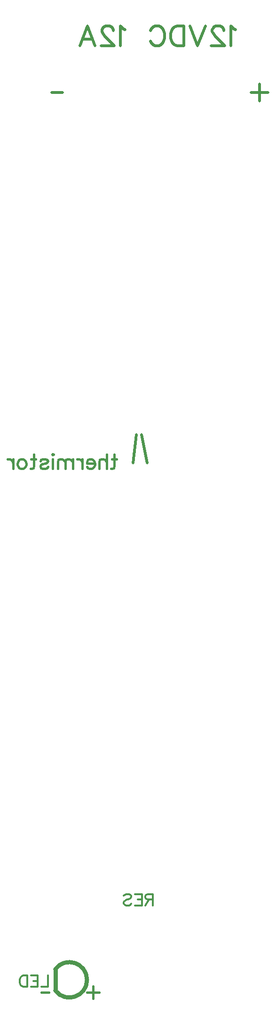
<source format=gbr>
G04 DipTrace 2.3.0.1*
%IN58744_REV1_BottomSilk.gbr*%
%MOIN*%
%ADD20C,0.02*%
%ADD23C,0.03*%
%ADD31C,0.0216*%
%ADD35C,0.0154*%
%ADD36C,0.0124*%
%FSLAX44Y44*%
G04*
G70*
G90*
G75*
G01*
%LNBotSilk*%
%LPD*%
X41244Y8372D2*
D23*
G02X41244Y6872I1000J-750D01*
G01*
Y8372D2*
Y6872D1*
X46744Y44122D2*
D20*
X46994Y46122D1*
X47744Y44122D2*
X47369Y46122D1*
X54014Y74736D2*
D31*
X53879Y74804D1*
X53678Y75004D1*
Y73599D1*
X53178Y74669D2*
Y74736D1*
X53111Y74871D1*
X53045Y74937D1*
X52910Y75004D1*
X52642D1*
X52509Y74937D1*
X52443Y74871D1*
X52375Y74736D1*
Y74603D1*
X52443Y74468D1*
X52576Y74269D1*
X53246Y73599D1*
X52308D1*
X51876Y75005D2*
X51340Y73599D1*
X50805Y75005D1*
X50373D2*
Y73599D1*
X49904D1*
X49703Y73667D1*
X49568Y73800D1*
X49501Y73934D1*
X49435Y74134D1*
Y74470D1*
X49501Y74671D1*
X49568Y74804D1*
X49703Y74939D1*
X49904Y75005D1*
X50373D1*
X47998Y74671D2*
X48065Y74804D1*
X48199Y74939D1*
X48332Y75005D1*
X48600D1*
X48735Y74939D1*
X48868Y74804D1*
X48936Y74671D1*
X49002Y74470D1*
Y74134D1*
X48936Y73934D1*
X48868Y73800D1*
X48735Y73667D1*
X48600Y73599D1*
X48332D1*
X48199Y73667D1*
X48065Y73800D1*
X47998Y73934D1*
X46205Y74736D2*
X46070Y74804D1*
X45869Y75004D1*
Y73599D1*
X45369Y74669D2*
Y74736D1*
X45302Y74871D1*
X45236Y74937D1*
X45101Y75004D1*
X44833D1*
X44700Y74937D1*
X44634Y74871D1*
X44566Y74736D1*
Y74603D1*
X44634Y74468D1*
X44767Y74269D1*
X45437Y73599D1*
X44499D1*
X42994D2*
X43531Y75005D1*
X44067Y73599D1*
X43866Y74068D2*
X43196D1*
X41768Y70301D2*
X40994D1*
X55723Y70904D2*
Y69698D1*
X56325Y70300D2*
X55119D1*
X43925Y7163D2*
D35*
Y6302D1*
X44355Y6732D2*
X43494D1*
X40797D2*
X40244D1*
X40715Y7928D2*
D36*
Y7124D1*
X40256D1*
X39512Y7928D2*
X40009D1*
Y7124D1*
X39512D1*
X40009Y7545D2*
X39703D1*
X39265Y7928D2*
Y7124D1*
X38997D1*
X38882Y7163D1*
X38805Y7239D1*
X38767Y7316D1*
X38729Y7430D1*
Y7622D1*
X38767Y7737D1*
X38805Y7813D1*
X38882Y7890D1*
X38997Y7928D1*
X39265D1*
X48167Y13295D2*
X47823D1*
X47708Y13334D1*
X47669Y13372D1*
X47631Y13448D1*
Y13525D1*
X47669Y13601D1*
X47708Y13640D1*
X47823Y13678D1*
X48167D1*
Y12874D1*
X47899Y13295D2*
X47631Y12874D1*
X46887Y13678D2*
X47384D1*
Y12874D1*
X46887D1*
X47384Y13295D2*
X47078D1*
X46104Y13563D2*
X46180Y13640D1*
X46295Y13678D1*
X46448D1*
X46563Y13640D1*
X46640Y13563D1*
Y13487D1*
X46601Y13410D1*
X46563Y13372D1*
X46487Y13334D1*
X46257Y13257D1*
X46180Y13219D1*
X46142Y13180D1*
X46104Y13104D1*
Y12989D1*
X46180Y12913D1*
X46295Y12874D1*
X46448D1*
X46563Y12913D1*
X46640Y12989D1*
X45435Y44735D2*
D35*
Y43922D1*
X45387Y43779D1*
X45291Y43730D1*
X45196D1*
X45578Y44400D2*
X45244D1*
X44887Y44735D2*
Y43730D1*
Y44209D2*
X44743Y44353D1*
X44647Y44400D1*
X44504D1*
X44409Y44353D1*
X44361Y44209D1*
Y43730D1*
X44052Y44113D2*
X43479D1*
Y44209D1*
X43526Y44305D1*
X43574Y44353D1*
X43670Y44400D1*
X43813D1*
X43909Y44353D1*
X44005Y44256D1*
X44052Y44113D1*
Y44018D1*
X44005Y43874D1*
X43909Y43779D1*
X43813Y43730D1*
X43670D1*
X43574Y43779D1*
X43479Y43874D1*
X43170Y44400D2*
Y43730D1*
Y44113D2*
X43121Y44256D1*
X43026Y44353D1*
X42930Y44400D1*
X42786D1*
X42477D2*
Y43730D1*
Y44209D2*
X42334Y44353D1*
X42238Y44400D1*
X42095D1*
X41999Y44353D1*
X41951Y44209D1*
Y43730D1*
Y44209D2*
X41808Y44353D1*
X41711Y44400D1*
X41569D1*
X41473Y44353D1*
X41424Y44209D1*
Y43730D1*
X41115Y44735D2*
X41068Y44688D1*
X41019Y44735D1*
X41068Y44784D1*
X41115Y44735D1*
X41068Y44400D2*
Y43730D1*
X40184Y44256D2*
X40232Y44353D1*
X40375Y44400D1*
X40519D1*
X40663Y44353D1*
X40710Y44256D1*
X40663Y44161D1*
X40567Y44113D1*
X40328Y44065D1*
X40232Y44018D1*
X40184Y43922D1*
Y43874D1*
X40232Y43779D1*
X40375Y43730D1*
X40519D1*
X40663Y43779D1*
X40710Y43874D1*
X39732Y44735D2*
Y43922D1*
X39684Y43779D1*
X39588Y43730D1*
X39493D1*
X39875Y44400D2*
X39540D1*
X38945D2*
X39040Y44353D1*
X39136Y44256D1*
X39184Y44113D1*
Y44018D1*
X39136Y43874D1*
X39040Y43779D1*
X38945Y43730D1*
X38802D1*
X38705Y43779D1*
X38610Y43874D1*
X38562Y44018D1*
Y44113D1*
X38610Y44256D1*
X38705Y44353D1*
X38802Y44400D1*
X38945D1*
X38253D2*
Y43730D1*
Y44113D2*
X38204Y44256D1*
X38109Y44353D1*
X38013Y44400D1*
X37869D1*
M02*

</source>
